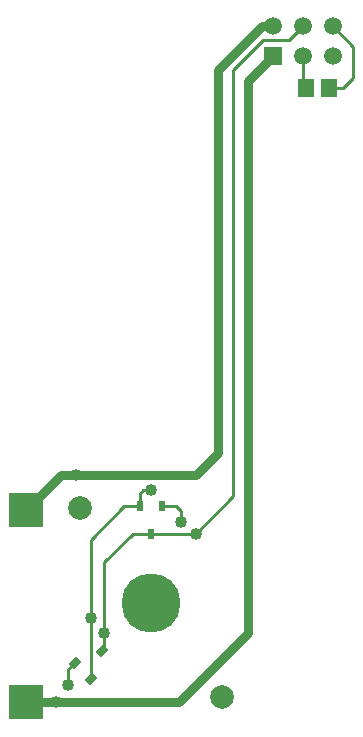
<source format=gbl>
G04 Layer_Physical_Order=2*
G04 Layer_Color=16711680*
%FSLAX25Y25*%
%MOIN*%
G70*
G01*
G75*
G04:AMPARAMS|DCode=10|XSize=23.62mil|YSize=37.4mil|CornerRadius=0mil|HoleSize=0mil|Usage=FLASHONLY|Rotation=135.000|XOffset=0mil|YOffset=0mil|HoleType=Round|Shape=Rectangle|*
%AMROTATEDRECTD10*
4,1,4,0.02158,0.00487,-0.00487,-0.02158,-0.02158,-0.00487,0.00487,0.02158,0.02158,0.00487,0.0*
%
%ADD10ROTATEDRECTD10*%

%ADD11R,0.02362X0.03740*%
%ADD12R,0.05512X0.05906*%
%ADD13R,0.11811X0.11811*%
%ADD14C,0.01000*%
%ADD15C,0.03000*%
%ADD16C,0.19685*%
%ADD17R,0.05906X0.05906*%
%ADD18C,0.05906*%
%ADD19C,0.07874*%
%ADD20C,0.07874*%
%ADD21C,0.04000*%
D10*
X-16216Y-16216D02*
D03*
X-25403Y-20113D02*
D03*
X-20113Y-25403D02*
D03*
D11*
X0Y22933D02*
D03*
X3740Y32185D02*
D03*
X-3740D02*
D03*
D12*
X59437Y171500D02*
D03*
X51563D02*
D03*
D13*
X-41500Y31000D02*
D03*
Y-33000D02*
D03*
D14*
X-20000Y-5000D02*
Y21000D01*
Y-7500D02*
Y-5000D01*
X-20113Y-7613D02*
X-20000Y-7500D01*
Y21000D02*
X-8815Y32185D01*
X-20113Y-25403D02*
Y-7613D01*
X-15500Y-10000D02*
Y13500D01*
Y-15500D02*
Y-10000D01*
X10000Y27000D02*
Y30500D01*
X8315Y32185D02*
X10000Y30500D01*
X3740Y32185D02*
X8315D01*
X-8815D02*
X-3740D01*
X-6067Y22933D02*
X0D01*
X-15500Y13500D02*
X-6067Y22933D01*
X-16216Y-16216D02*
X-15500Y-15500D01*
X59437Y171500D02*
X64000D01*
X67500Y175000D01*
X60709Y192087D02*
X67500Y185295D01*
Y175000D02*
Y185295D01*
X50709Y172354D02*
X51563Y171500D01*
X50709Y172354D02*
Y182087D01*
X-27500Y-22211D02*
X-25403Y-20113D01*
X-27500Y-27500D02*
Y-22211D01*
X-2500Y37500D02*
X0D01*
X-3740Y36260D02*
X-2500Y37500D01*
X-3740Y32185D02*
Y36260D01*
X46122Y187500D02*
X50709Y192087D01*
X37500Y187500D02*
X46122D01*
X27500Y177500D02*
X37500Y187500D01*
X27500Y35500D02*
Y177500D01*
X15000Y23000D02*
X27500Y35500D01*
X0Y22933D02*
X15433D01*
D15*
X37087Y192087D02*
X40709D01*
X32500Y-10000D02*
Y173878D01*
X40709Y182087D01*
X9500Y-33000D02*
X32500Y-10000D01*
X-41500Y-33000D02*
X-31500D01*
X9500D01*
X22500Y177500D02*
X37087Y192087D01*
X-41500Y31000D02*
X-30000Y42500D01*
X15000D02*
X22500Y50000D01*
Y177500D01*
X-30000Y42500D02*
X-25000D01*
X15000D01*
D16*
X0Y0D02*
D03*
D17*
X40709Y182087D02*
D03*
D18*
Y192087D02*
D03*
X50709Y182087D02*
D03*
Y192087D02*
D03*
X60709Y182087D02*
D03*
Y192087D02*
D03*
D19*
X23622Y-31496D02*
D03*
D20*
X-23622Y31496D02*
D03*
D21*
X-20000Y-5000D02*
D03*
X-15500Y-10000D02*
D03*
X15000Y23000D02*
D03*
X10000Y27000D02*
D03*
X-27500Y-27500D02*
D03*
X-31500Y-33000D02*
D03*
X0Y37500D02*
D03*
X-25000Y42500D02*
D03*
M02*

</source>
